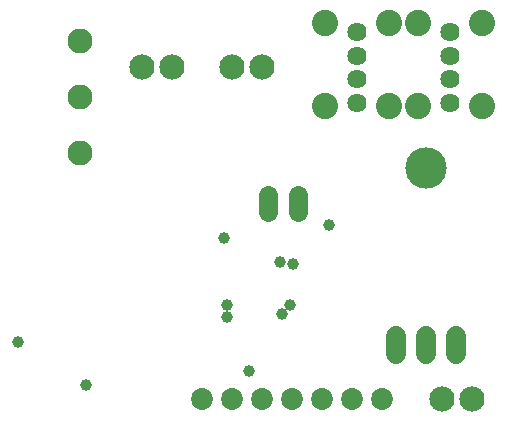
<source format=gbs>
G75*
G70*
%OFA0B0*%
%FSLAX24Y24*%
%IPPOS*%
%LPD*%
%AMOC8*
5,1,8,0,0,1.08239X$1,22.5*
%
%ADD10C,0.0840*%
%ADD11C,0.0730*%
%ADD12C,0.0680*%
%ADD13C,0.1380*%
%ADD14C,0.0640*%
%ADD15C,0.0875*%
%ADD16C,0.0640*%
%ADD17C,0.0830*%
%ADD18C,0.0390*%
D10*
X017970Y005075D03*
X018970Y005075D03*
X011970Y016155D03*
X010970Y016155D03*
X008970Y016155D03*
X007970Y016155D03*
D11*
X009970Y005075D03*
X010970Y005075D03*
X011970Y005075D03*
X012970Y005075D03*
X013970Y005075D03*
X014970Y005075D03*
X015970Y005075D03*
D12*
X016450Y006585D02*
X016450Y007185D01*
X017450Y007185D02*
X017450Y006585D01*
X018450Y006585D02*
X018450Y007185D01*
D13*
X017450Y012785D03*
D14*
X013180Y011885D02*
X013180Y011325D01*
X012180Y011325D02*
X012180Y011885D01*
D15*
X014070Y014855D03*
X016210Y014855D03*
X017170Y014855D03*
X019310Y014855D03*
X019310Y017615D03*
X017170Y017615D03*
X016210Y017615D03*
X014070Y017615D03*
D16*
X015140Y017325D03*
X015140Y016535D03*
X015140Y015745D03*
X015140Y014955D03*
X018240Y014955D03*
X018240Y015745D03*
X018240Y016535D03*
X018240Y017325D03*
D17*
X005920Y017035D03*
X005920Y015165D03*
X005920Y013295D03*
D18*
X006130Y005565D03*
X003850Y006975D03*
X010810Y007815D03*
X010810Y008235D03*
X012640Y007935D03*
X012910Y008235D03*
X013030Y009585D03*
X012580Y009645D03*
X014230Y010875D03*
X010720Y010455D03*
X011560Y006015D03*
M02*

</source>
